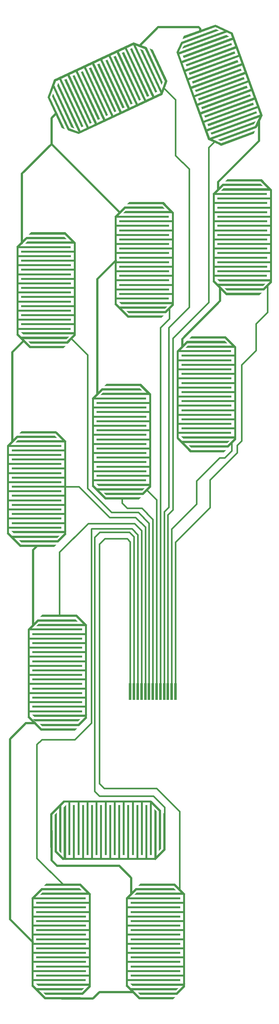
<source format=gbr>
G04 #@! TF.FileFunction,Copper,L1,Top,Signal*
%FSLAX46Y46*%
G04 Gerber Fmt 4.6, Leading zero omitted, Abs format (unit mm)*
G04 Created by KiCad (PCBNEW 4.0.6) date 04/30/18 02:02:33*
%MOMM*%
%LPD*%
G01*
G04 APERTURE LIST*
%ADD10C,0.100000*%
%ADD11R,0.700000X4.500000*%
%ADD12R,14.500000X0.600000*%
%ADD13R,0.600000X24.550000*%
%ADD14R,14.000000X0.600000*%
%ADD15R,0.600000X23.250000*%
%ADD16R,0.600000X14.500000*%
%ADD17R,24.550000X0.600000*%
%ADD18R,0.600000X14.000000*%
%ADD19R,23.250000X0.600000*%
%ADD20C,0.450000*%
%ADD21C,0.600000*%
G04 APERTURE END LIST*
D10*
G36*
X87217527Y-65494224D02*
X96990331Y-61937214D01*
X96631727Y-62706242D01*
X87986555Y-65852827D01*
X87217527Y-65494224D01*
X87217527Y-65494224D01*
G37*
G36*
X84517294Y-63923002D02*
X97109176Y-59339932D01*
X96750572Y-60108960D01*
X85286322Y-64281606D01*
X84517294Y-63923002D01*
X84517294Y-63923002D01*
G37*
G36*
X83649461Y-61684840D02*
X97275004Y-56725548D01*
X97480217Y-57289364D01*
X83854674Y-62248656D01*
X83649461Y-61684840D01*
X83649461Y-61684840D01*
G37*
G36*
X90092581Y-36992003D02*
X76420053Y-41968396D01*
X76778657Y-41199369D01*
X89323553Y-36633400D01*
X90092581Y-36992003D01*
X90092581Y-36992003D01*
G37*
G36*
X80366067Y-52663791D02*
X93991610Y-47704499D01*
X94196823Y-48268315D01*
X80571280Y-53227607D01*
X80366067Y-52663791D01*
X80366067Y-52663791D01*
G37*
G36*
X81186916Y-54919054D02*
X94812459Y-49959762D01*
X95017672Y-50523578D01*
X81392129Y-55482870D01*
X81186916Y-54919054D01*
X81186916Y-54919054D01*
G37*
G36*
X82828612Y-59429578D02*
X96454155Y-54470286D01*
X96659368Y-55034102D01*
X83033825Y-59993394D01*
X82828612Y-59429578D01*
X82828612Y-59429578D01*
G37*
G36*
X82007764Y-57174316D02*
X95633307Y-52215024D01*
X95838520Y-52778840D01*
X82212977Y-57738132D01*
X82007764Y-57174316D01*
X82007764Y-57174316D01*
G37*
G36*
X78724371Y-48153267D02*
X92349914Y-43193975D01*
X92555127Y-43757791D01*
X78929584Y-48717083D01*
X78724371Y-48153267D01*
X78724371Y-48153267D01*
G37*
G36*
X79545219Y-50408529D02*
X93170762Y-45449237D01*
X93375975Y-46013053D01*
X79750432Y-50972345D01*
X79545219Y-50408529D01*
X79545219Y-50408529D01*
G37*
G36*
X77903522Y-45898004D02*
X91529065Y-40938712D01*
X91734278Y-41502528D01*
X78108735Y-46461820D01*
X77903522Y-45898004D01*
X77903522Y-45898004D01*
G37*
G36*
X77082674Y-43642742D02*
X90708217Y-38683450D01*
X90913430Y-39247266D01*
X77287887Y-44206558D01*
X77082674Y-43642742D01*
X77082674Y-43642742D01*
G37*
G36*
X87788485Y-65759891D02*
X84525777Y-64238465D01*
X84779347Y-63694681D01*
X88042055Y-65216107D01*
X87788485Y-65759891D01*
X87788485Y-65759891D01*
G37*
G36*
X85089746Y-64033900D02*
X84525930Y-64239112D01*
X76129336Y-41169658D01*
X76693152Y-40964446D01*
X85089746Y-64033900D01*
X85089746Y-64033900D01*
G37*
G36*
X77868512Y-38859430D02*
X76672925Y-41423375D01*
X76129140Y-41169804D01*
X77324727Y-38605859D01*
X77868512Y-38859430D01*
X77868512Y-38859430D01*
G37*
G36*
X87392347Y-35420782D02*
X77055729Y-39183004D01*
X77414332Y-38413976D01*
X86623320Y-35062179D01*
X87392347Y-35420782D01*
X87392347Y-35420782D01*
G37*
G36*
X85234502Y-62384946D02*
X98390198Y-57596664D01*
X98595410Y-58160480D01*
X85439714Y-62948762D01*
X85234502Y-62384946D01*
X85234502Y-62384946D01*
G37*
G36*
X82724971Y-55636260D02*
X96350514Y-50676968D01*
X96555727Y-51240784D01*
X82930184Y-56200076D01*
X82724971Y-55636260D01*
X82724971Y-55636260D01*
G37*
G36*
X83545819Y-57891523D02*
X97171362Y-52932231D01*
X97376575Y-53496047D01*
X83751032Y-58455339D01*
X83545819Y-57891523D01*
X83545819Y-57891523D01*
G37*
G36*
X84366668Y-60146785D02*
X97992211Y-55187493D01*
X98197424Y-55751309D01*
X84571881Y-60710601D01*
X84366668Y-60146785D01*
X84366668Y-60146785D01*
G37*
G36*
X81904123Y-53380998D02*
X95529666Y-48421706D01*
X95734879Y-48985522D01*
X82109336Y-53944814D01*
X81904123Y-53380998D01*
X81904123Y-53380998D01*
G37*
G36*
X81083274Y-51125736D02*
X94708817Y-46166444D01*
X94914030Y-46730260D01*
X81288487Y-51689552D01*
X81083274Y-51125736D01*
X81083274Y-51125736D01*
G37*
G36*
X80262426Y-48870474D02*
X93887969Y-43911182D01*
X94093182Y-44474998D01*
X80467639Y-49434290D01*
X80262426Y-48870474D01*
X80262426Y-48870474D01*
G37*
G36*
X79441578Y-46615211D02*
X93067121Y-41655919D01*
X93272334Y-42219735D01*
X79646791Y-47179027D01*
X79441578Y-46615211D01*
X79441578Y-46615211D01*
G37*
G36*
X78620729Y-44359949D02*
X92246272Y-39400657D01*
X92451485Y-39964473D01*
X78825942Y-44923765D01*
X78620729Y-44359949D01*
X78620729Y-44359949D01*
G37*
G36*
X91207774Y-37863120D02*
X78052078Y-42651402D01*
X77846866Y-42087586D01*
X91002562Y-37299304D01*
X91207774Y-37863120D01*
X91207774Y-37863120D01*
G37*
G36*
X89541204Y-35915676D02*
X77701077Y-40225130D01*
X78059680Y-39456102D01*
X88772176Y-35557072D01*
X89541204Y-35915676D01*
X89541204Y-35915676D01*
G37*
G36*
X87112503Y-64255437D02*
X97778015Y-60373508D01*
X97419411Y-61142536D01*
X87881531Y-64614040D01*
X87112503Y-64255437D01*
X87112503Y-64255437D01*
G37*
G36*
X96985975Y-60651091D02*
X98422877Y-57569644D01*
X98966661Y-57823215D01*
X97529759Y-60904662D01*
X96985975Y-60651091D01*
X96985975Y-60651091D01*
G37*
G36*
X90457576Y-36167440D02*
X91021392Y-35962228D01*
X98973360Y-57810082D01*
X98409544Y-58015294D01*
X90457576Y-36167440D01*
X90457576Y-36167440D01*
G37*
G36*
X87235641Y-34200805D02*
X77744745Y-37655209D01*
X78103349Y-36886181D01*
X86466613Y-33842202D01*
X87235641Y-34200805D01*
X87235641Y-34200805D01*
G37*
G36*
X86496383Y-33852757D02*
X91027922Y-35965848D01*
X90774351Y-36509633D01*
X86242812Y-34396542D01*
X86496383Y-33852757D01*
X86496383Y-33852757D01*
G37*
D11*
X75900000Y-210000000D03*
X63900000Y-210000000D03*
X64900000Y-210000000D03*
X65900000Y-210000000D03*
X66900000Y-210000000D03*
X67900000Y-210000000D03*
X68900000Y-210000000D03*
X69900000Y-210000000D03*
X70900000Y-210000000D03*
X71900000Y-210000000D03*
X72900000Y-210000000D03*
X73900000Y-210000000D03*
X74900000Y-210000000D03*
D10*
G36*
X73469499Y-49603110D02*
X69074269Y-40177509D01*
X69871624Y-40467723D01*
X73759712Y-48805754D01*
X73469499Y-49603110D01*
X73469499Y-49603110D01*
G37*
G36*
X72139597Y-52430010D02*
X66476512Y-40285485D01*
X67273868Y-40575699D01*
X72429811Y-51632654D01*
X72139597Y-52430010D01*
X72139597Y-52430010D01*
G37*
G36*
X69985589Y-53489609D02*
X63857624Y-40348146D01*
X64401409Y-40094575D01*
X70529374Y-53236038D01*
X69985589Y-53489609D01*
X69985589Y-53489609D01*
G37*
G36*
X44825160Y-49223129D02*
X50974256Y-62409908D01*
X50176901Y-62119694D01*
X44534947Y-50020485D01*
X44825160Y-49223129D01*
X44825160Y-49223129D01*
G37*
G36*
X61285034Y-57546744D02*
X55157069Y-44405281D01*
X55700854Y-44151710D01*
X61828819Y-57293173D01*
X61285034Y-57546744D01*
X61285034Y-57546744D01*
G37*
G36*
X63460173Y-56532460D02*
X57332208Y-43390997D01*
X57875993Y-43137426D01*
X64003958Y-56278889D01*
X63460173Y-56532460D01*
X63460173Y-56532460D01*
G37*
G36*
X67810450Y-54503892D02*
X61682485Y-41362429D01*
X62226270Y-41108858D01*
X68354235Y-54250321D01*
X67810450Y-54503892D01*
X67810450Y-54503892D01*
G37*
G36*
X65635311Y-55518176D02*
X59507346Y-42376713D01*
X60051131Y-42123142D01*
X66179096Y-55264605D01*
X65635311Y-55518176D01*
X65635311Y-55518176D01*
G37*
G36*
X56934757Y-59575312D02*
X50806792Y-46433849D01*
X51350577Y-46180278D01*
X57478542Y-59321741D01*
X56934757Y-59575312D01*
X56934757Y-59575312D01*
G37*
G36*
X59109895Y-58561028D02*
X52981930Y-45419565D01*
X53525715Y-45165994D01*
X59653680Y-58307457D01*
X59109895Y-58561028D01*
X59109895Y-58561028D01*
G37*
G36*
X54759618Y-60589595D02*
X48631653Y-47448132D01*
X49175438Y-47194561D01*
X55303403Y-60336024D01*
X54759618Y-60589595D01*
X54759618Y-60589595D01*
G37*
G36*
X52584479Y-61603879D02*
X46456514Y-48462416D01*
X47000299Y-48208845D01*
X53128264Y-61350308D01*
X52584479Y-61603879D01*
X52584479Y-61603879D01*
G37*
G36*
X73684393Y-49011171D02*
X72453121Y-52394065D01*
X71889305Y-52188853D01*
X73120577Y-48805959D01*
X73684393Y-49011171D01*
X73684393Y-49011171D01*
G37*
G36*
X72200180Y-51850070D02*
X72453751Y-52393854D01*
X50203894Y-62769132D01*
X49950323Y-62225348D01*
X72200180Y-51850070D01*
X72200180Y-51850070D01*
G37*
G36*
X47750879Y-61237925D02*
X50409269Y-62205500D01*
X50204057Y-62769315D01*
X47545667Y-61801740D01*
X47750879Y-61237925D01*
X47750879Y-61237925D01*
G37*
G36*
X43495258Y-52050029D02*
X48144059Y-62019414D01*
X47346703Y-61729201D01*
X43205044Y-52847384D01*
X43495258Y-52050029D01*
X43495258Y-52050029D01*
G37*
G36*
X70544885Y-51849582D02*
X64628230Y-39161273D01*
X65172015Y-38907702D01*
X71088670Y-51596011D01*
X70544885Y-51849582D01*
X70544885Y-51849582D01*
G37*
G36*
X64040600Y-54937749D02*
X57912635Y-41796286D01*
X58456420Y-41542715D01*
X64584385Y-54684178D01*
X64040600Y-54937749D01*
X64040600Y-54937749D01*
G37*
G36*
X66215739Y-53923465D02*
X60087774Y-40782002D01*
X60631559Y-40528431D01*
X66759524Y-53669894D01*
X66215739Y-53923465D01*
X66215739Y-53923465D01*
G37*
G36*
X68390877Y-52909181D02*
X62262912Y-39767718D01*
X62806697Y-39514147D01*
X68934662Y-52655610D01*
X68390877Y-52909181D01*
X68390877Y-52909181D01*
G37*
G36*
X61865461Y-55952033D02*
X55737496Y-42810570D01*
X56281281Y-42556999D01*
X62409246Y-55698462D01*
X61865461Y-55952033D01*
X61865461Y-55952033D01*
G37*
G36*
X59690323Y-56966316D02*
X53562358Y-43824853D01*
X54106143Y-43571282D01*
X60234108Y-56712745D01*
X59690323Y-56966316D01*
X59690323Y-56966316D01*
G37*
G36*
X57515184Y-57980600D02*
X51387219Y-44839137D01*
X51931004Y-44585566D01*
X58058969Y-57727029D01*
X57515184Y-57980600D01*
X57515184Y-57980600D01*
G37*
G36*
X55340045Y-58994884D02*
X49212080Y-45853421D01*
X49755865Y-45599850D01*
X55883830Y-58741313D01*
X55340045Y-58994884D01*
X55340045Y-58994884D01*
G37*
G36*
X53164907Y-60009168D02*
X47036942Y-46867705D01*
X47580727Y-46614134D01*
X53708692Y-59755597D01*
X53164907Y-60009168D01*
X53164907Y-60009168D01*
G37*
G36*
X45595767Y-48036256D02*
X51512422Y-60724565D01*
X50968637Y-60978136D01*
X45051982Y-48289827D01*
X45595767Y-48036256D01*
X45595767Y-48036256D01*
G37*
G36*
X43800984Y-49866217D02*
X49125974Y-61285696D01*
X48328619Y-60995482D01*
X43510771Y-50663573D01*
X43800984Y-49866217D01*
X43800984Y-49866217D01*
G37*
G36*
X72244578Y-49815702D02*
X67447861Y-39529109D01*
X68245217Y-39819323D01*
X72534792Y-49018347D01*
X72244578Y-49815702D01*
X72244578Y-49815702D01*
G37*
G36*
X67793419Y-40293942D02*
X64598465Y-39131074D01*
X64803677Y-38567258D01*
X67998631Y-39730126D01*
X67793419Y-40293942D01*
X67793419Y-40293942D01*
G37*
G36*
X43971924Y-48931389D02*
X43718353Y-48387604D01*
X64790010Y-38561729D01*
X65043581Y-39105514D01*
X43971924Y-48931389D01*
X43971924Y-48931389D01*
G37*
G36*
X42293582Y-52312467D02*
X46562027Y-61466176D01*
X45764671Y-61175962D01*
X42003368Y-53109823D01*
X42293582Y-52312467D01*
X42293582Y-52312467D01*
G37*
G36*
X42011289Y-53079246D02*
X43721390Y-48380782D01*
X44285205Y-48585994D01*
X42575104Y-53284458D01*
X42011289Y-53079246D01*
X42011289Y-53079246D01*
G37*
G36*
X99400000Y-75300000D02*
X89000000Y-75300000D01*
X89600000Y-74700000D01*
X98800000Y-74700000D01*
X99400000Y-75300000D01*
X99400000Y-75300000D01*
G37*
G36*
X101400000Y-77700000D02*
X88000000Y-77700000D01*
X88600000Y-77100000D01*
X100800000Y-77100000D01*
X101400000Y-77700000D01*
X101400000Y-77700000D01*
G37*
D12*
X94200000Y-79800000D03*
D10*
G36*
X86950000Y-101100000D02*
X101500000Y-101100000D01*
X100900000Y-101700000D01*
X87550000Y-101700000D01*
X86950000Y-101100000D01*
X86950000Y-101100000D01*
G37*
D12*
X94200000Y-89400000D03*
X94200000Y-87000000D03*
X94200000Y-82200000D03*
X94200000Y-84600000D03*
X94200000Y-94200000D03*
X94200000Y-91800000D03*
X94200000Y-96600000D03*
X94200000Y-99000000D03*
D10*
G36*
X98954340Y-74855076D02*
X101499924Y-77400660D01*
X101075660Y-77824924D01*
X98530076Y-75279340D01*
X98954340Y-74855076D01*
X98954340Y-74855076D01*
G37*
D13*
X101200000Y-89675000D03*
D10*
G36*
X99075565Y-103526071D02*
X101075971Y-101525665D01*
X101500235Y-101949929D01*
X99499829Y-103950335D01*
X99075565Y-103526071D01*
X99075565Y-103526071D01*
G37*
G36*
X88950000Y-103500000D02*
X99950000Y-103500000D01*
X99350000Y-104100000D01*
X89550000Y-104100000D01*
X88950000Y-103500000D01*
X88950000Y-103500000D01*
G37*
D14*
X93200000Y-78600000D03*
D12*
X93000000Y-85800000D03*
X93000000Y-83400000D03*
X93000000Y-81000000D03*
X93000000Y-88200000D03*
X93000000Y-90600000D03*
X93000000Y-93000000D03*
X93000000Y-95400000D03*
X93000000Y-97800000D03*
D14*
X93200000Y-100200000D03*
D10*
G36*
X87100000Y-102300000D02*
X99700000Y-102300000D01*
X99100000Y-102900000D01*
X87700000Y-102900000D01*
X87100000Y-102300000D01*
X87100000Y-102300000D01*
G37*
G36*
X99075000Y-76500000D02*
X87725000Y-76500000D01*
X88325000Y-75900000D01*
X98475000Y-75900000D01*
X99075000Y-76500000D01*
X99075000Y-76500000D01*
G37*
G36*
X88564214Y-76510051D02*
X86160051Y-78914214D01*
X85735786Y-78489949D01*
X88139949Y-76085786D01*
X88564214Y-76510051D01*
X88564214Y-76510051D01*
G37*
D15*
X86025000Y-90125000D03*
D10*
G36*
X88680000Y-104700000D02*
X98780000Y-104700000D01*
X98180000Y-105300000D01*
X89280000Y-105300000D01*
X88680000Y-104700000D01*
X88680000Y-104700000D01*
G37*
G36*
X89255635Y-105279899D02*
X85720101Y-101744365D01*
X86144365Y-101320101D01*
X89679899Y-104855635D01*
X89255635Y-105279899D01*
X89255635Y-105279899D01*
G37*
G36*
X73400000Y-81300000D02*
X63000000Y-81300000D01*
X63600000Y-80700000D01*
X72800000Y-80700000D01*
X73400000Y-81300000D01*
X73400000Y-81300000D01*
G37*
G36*
X75400000Y-83700000D02*
X62000000Y-83700000D01*
X62600000Y-83100000D01*
X74800000Y-83100000D01*
X75400000Y-83700000D01*
X75400000Y-83700000D01*
G37*
D12*
X68200000Y-85800000D03*
D10*
G36*
X60950000Y-107100000D02*
X75500000Y-107100000D01*
X74900000Y-107700000D01*
X61550000Y-107700000D01*
X60950000Y-107100000D01*
X60950000Y-107100000D01*
G37*
D12*
X68200000Y-95400000D03*
X68200000Y-93000000D03*
X68200000Y-88200000D03*
X68200000Y-90600000D03*
X68200000Y-100200000D03*
X68200000Y-97800000D03*
X68200000Y-102600000D03*
X68200000Y-105000000D03*
D10*
G36*
X72954340Y-80855076D02*
X75499924Y-83400660D01*
X75075660Y-83824924D01*
X72530076Y-81279340D01*
X72954340Y-80855076D01*
X72954340Y-80855076D01*
G37*
D13*
X75200000Y-95675000D03*
D10*
G36*
X73075565Y-109526071D02*
X75075971Y-107525665D01*
X75500235Y-107949929D01*
X73499829Y-109950335D01*
X73075565Y-109526071D01*
X73075565Y-109526071D01*
G37*
G36*
X62950000Y-109500000D02*
X73950000Y-109500000D01*
X73350000Y-110100000D01*
X63550000Y-110100000D01*
X62950000Y-109500000D01*
X62950000Y-109500000D01*
G37*
D14*
X67200000Y-84600000D03*
D12*
X67000000Y-91800000D03*
X67000000Y-89400000D03*
X67000000Y-87000000D03*
X67000000Y-94200000D03*
X67000000Y-96600000D03*
X67000000Y-99000000D03*
X67000000Y-101400000D03*
X67000000Y-103800000D03*
D14*
X67200000Y-106200000D03*
D10*
G36*
X61100000Y-108300000D02*
X73700000Y-108300000D01*
X73100000Y-108900000D01*
X61700000Y-108900000D01*
X61100000Y-108300000D01*
X61100000Y-108300000D01*
G37*
G36*
X73075000Y-82500000D02*
X61725000Y-82500000D01*
X62325000Y-81900000D01*
X72475000Y-81900000D01*
X73075000Y-82500000D01*
X73075000Y-82500000D01*
G37*
G36*
X62564214Y-82510051D02*
X60160051Y-84914214D01*
X59735786Y-84489949D01*
X62139949Y-82085786D01*
X62564214Y-82510051D01*
X62564214Y-82510051D01*
G37*
D15*
X60025000Y-96125000D03*
D10*
G36*
X62680000Y-110700000D02*
X72780000Y-110700000D01*
X72180000Y-111300000D01*
X63280000Y-111300000D01*
X62680000Y-110700000D01*
X62680000Y-110700000D01*
G37*
G36*
X63255635Y-111279899D02*
X59720101Y-107744365D01*
X60144365Y-107320101D01*
X63679899Y-110855635D01*
X63255635Y-111279899D01*
X63255635Y-111279899D01*
G37*
G36*
X47400000Y-89300000D02*
X37000000Y-89300000D01*
X37600000Y-88700000D01*
X46800000Y-88700000D01*
X47400000Y-89300000D01*
X47400000Y-89300000D01*
G37*
G36*
X49400000Y-91700000D02*
X36000000Y-91700000D01*
X36600000Y-91100000D01*
X48800000Y-91100000D01*
X49400000Y-91700000D01*
X49400000Y-91700000D01*
G37*
D12*
X42200000Y-93800000D03*
D10*
G36*
X34950000Y-115100000D02*
X49500000Y-115100000D01*
X48900000Y-115700000D01*
X35550000Y-115700000D01*
X34950000Y-115100000D01*
X34950000Y-115100000D01*
G37*
D12*
X42200000Y-103400000D03*
X42200000Y-101000000D03*
X42200000Y-96200000D03*
X42200000Y-98600000D03*
X42200000Y-108200000D03*
X42200000Y-105800000D03*
X42200000Y-110600000D03*
X42200000Y-113000000D03*
D10*
G36*
X46954340Y-88855076D02*
X49499924Y-91400660D01*
X49075660Y-91824924D01*
X46530076Y-89279340D01*
X46954340Y-88855076D01*
X46954340Y-88855076D01*
G37*
D13*
X49200000Y-103675000D03*
D10*
G36*
X47075565Y-117526071D02*
X49075971Y-115525665D01*
X49500235Y-115949929D01*
X47499829Y-117950335D01*
X47075565Y-117526071D01*
X47075565Y-117526071D01*
G37*
G36*
X36950000Y-117500000D02*
X47950000Y-117500000D01*
X47350000Y-118100000D01*
X37550000Y-118100000D01*
X36950000Y-117500000D01*
X36950000Y-117500000D01*
G37*
D14*
X41200000Y-92600000D03*
D12*
X41000000Y-99800000D03*
X41000000Y-97400000D03*
X41000000Y-95000000D03*
X41000000Y-102200000D03*
X41000000Y-104600000D03*
X41000000Y-107000000D03*
X41000000Y-109400000D03*
X41000000Y-111800000D03*
D14*
X41200000Y-114200000D03*
D10*
G36*
X35100000Y-116300000D02*
X47700000Y-116300000D01*
X47100000Y-116900000D01*
X35700000Y-116900000D01*
X35100000Y-116300000D01*
X35100000Y-116300000D01*
G37*
G36*
X47075000Y-90500000D02*
X35725000Y-90500000D01*
X36325000Y-89900000D01*
X46475000Y-89900000D01*
X47075000Y-90500000D01*
X47075000Y-90500000D01*
G37*
G36*
X36564214Y-90510051D02*
X34160051Y-92914214D01*
X33735786Y-92489949D01*
X36139949Y-90085786D01*
X36564214Y-90510051D01*
X36564214Y-90510051D01*
G37*
D15*
X34025000Y-104125000D03*
D10*
G36*
X36680000Y-118700000D02*
X46780000Y-118700000D01*
X46180000Y-119300000D01*
X37280000Y-119300000D01*
X36680000Y-118700000D01*
X36680000Y-118700000D01*
G37*
G36*
X37255635Y-119279899D02*
X33720101Y-115744365D01*
X34144365Y-115320101D01*
X37679899Y-118855635D01*
X37255635Y-119279899D01*
X37255635Y-119279899D01*
G37*
G36*
X89900000Y-116800000D02*
X79500000Y-116800000D01*
X80100000Y-116200000D01*
X89300000Y-116200000D01*
X89900000Y-116800000D01*
X89900000Y-116800000D01*
G37*
G36*
X91900000Y-119200000D02*
X78500000Y-119200000D01*
X79100000Y-118600000D01*
X91300000Y-118600000D01*
X91900000Y-119200000D01*
X91900000Y-119200000D01*
G37*
D12*
X84700000Y-121300000D03*
D10*
G36*
X77450000Y-142600000D02*
X92000000Y-142600000D01*
X91400000Y-143200000D01*
X78050000Y-143200000D01*
X77450000Y-142600000D01*
X77450000Y-142600000D01*
G37*
D12*
X84700000Y-130900000D03*
X84700000Y-128500000D03*
X84700000Y-123700000D03*
X84700000Y-126100000D03*
X84700000Y-135700000D03*
X84700000Y-133300000D03*
X84700000Y-138100000D03*
X84700000Y-140500000D03*
D10*
G36*
X89454340Y-116355076D02*
X91999924Y-118900660D01*
X91575660Y-119324924D01*
X89030076Y-116779340D01*
X89454340Y-116355076D01*
X89454340Y-116355076D01*
G37*
D13*
X91700000Y-131175000D03*
D10*
G36*
X89575565Y-145026071D02*
X91575971Y-143025665D01*
X92000235Y-143449929D01*
X89999829Y-145450335D01*
X89575565Y-145026071D01*
X89575565Y-145026071D01*
G37*
G36*
X79450000Y-145000000D02*
X90450000Y-145000000D01*
X89850000Y-145600000D01*
X80050000Y-145600000D01*
X79450000Y-145000000D01*
X79450000Y-145000000D01*
G37*
D14*
X83700000Y-120100000D03*
D12*
X83500000Y-127300000D03*
X83500000Y-124900000D03*
X83500000Y-122500000D03*
X83500000Y-129700000D03*
X83500000Y-132100000D03*
X83500000Y-134500000D03*
X83500000Y-136900000D03*
X83500000Y-139300000D03*
D14*
X83700000Y-141700000D03*
D10*
G36*
X77600000Y-143800000D02*
X90200000Y-143800000D01*
X89600000Y-144400000D01*
X78200000Y-144400000D01*
X77600000Y-143800000D01*
X77600000Y-143800000D01*
G37*
G36*
X89575000Y-118000000D02*
X78225000Y-118000000D01*
X78825000Y-117400000D01*
X88975000Y-117400000D01*
X89575000Y-118000000D01*
X89575000Y-118000000D01*
G37*
G36*
X79064214Y-118010051D02*
X76660051Y-120414214D01*
X76235786Y-119989949D01*
X78639949Y-117585786D01*
X79064214Y-118010051D01*
X79064214Y-118010051D01*
G37*
D15*
X76525000Y-131625000D03*
D10*
G36*
X79180000Y-146200000D02*
X89280000Y-146200000D01*
X88680000Y-146800000D01*
X79780000Y-146800000D01*
X79180000Y-146200000D01*
X79180000Y-146200000D01*
G37*
G36*
X79755635Y-146779899D02*
X76220101Y-143244365D01*
X76644365Y-142820101D01*
X80179899Y-146355635D01*
X79755635Y-146779899D01*
X79755635Y-146779899D01*
G37*
G36*
X67400000Y-129300000D02*
X57000000Y-129300000D01*
X57600000Y-128700000D01*
X66800000Y-128700000D01*
X67400000Y-129300000D01*
X67400000Y-129300000D01*
G37*
G36*
X69400000Y-131700000D02*
X56000000Y-131700000D01*
X56600000Y-131100000D01*
X68800000Y-131100000D01*
X69400000Y-131700000D01*
X69400000Y-131700000D01*
G37*
D12*
X62200000Y-133800000D03*
D10*
G36*
X54950000Y-155100000D02*
X69500000Y-155100000D01*
X68900000Y-155700000D01*
X55550000Y-155700000D01*
X54950000Y-155100000D01*
X54950000Y-155100000D01*
G37*
D12*
X62200000Y-143400000D03*
X62200000Y-141000000D03*
X62200000Y-136200000D03*
X62200000Y-138600000D03*
X62200000Y-148200000D03*
X62200000Y-145800000D03*
X62200000Y-150600000D03*
X62200000Y-153000000D03*
D10*
G36*
X66954340Y-128855076D02*
X69499924Y-131400660D01*
X69075660Y-131824924D01*
X66530076Y-129279340D01*
X66954340Y-128855076D01*
X66954340Y-128855076D01*
G37*
D13*
X69200000Y-143675000D03*
D10*
G36*
X67075565Y-157526071D02*
X69075971Y-155525665D01*
X69500235Y-155949929D01*
X67499829Y-157950335D01*
X67075565Y-157526071D01*
X67075565Y-157526071D01*
G37*
G36*
X56950000Y-157500000D02*
X67950000Y-157500000D01*
X67350000Y-158100000D01*
X57550000Y-158100000D01*
X56950000Y-157500000D01*
X56950000Y-157500000D01*
G37*
D14*
X61200000Y-132600000D03*
D12*
X61000000Y-139800000D03*
X61000000Y-137400000D03*
X61000000Y-135000000D03*
X61000000Y-142200000D03*
X61000000Y-144600000D03*
X61000000Y-147000000D03*
X61000000Y-149400000D03*
X61000000Y-151800000D03*
D14*
X61200000Y-154200000D03*
D10*
G36*
X55100000Y-156300000D02*
X67700000Y-156300000D01*
X67100000Y-156900000D01*
X55700000Y-156900000D01*
X55100000Y-156300000D01*
X55100000Y-156300000D01*
G37*
G36*
X67075000Y-130500000D02*
X55725000Y-130500000D01*
X56325000Y-129900000D01*
X66475000Y-129900000D01*
X67075000Y-130500000D01*
X67075000Y-130500000D01*
G37*
G36*
X56564214Y-130510051D02*
X54160051Y-132914214D01*
X53735786Y-132489949D01*
X56139949Y-130085786D01*
X56564214Y-130510051D01*
X56564214Y-130510051D01*
G37*
D15*
X54025000Y-144125000D03*
D10*
G36*
X56680000Y-158700000D02*
X66780000Y-158700000D01*
X66180000Y-159300000D01*
X57280000Y-159300000D01*
X56680000Y-158700000D01*
X56680000Y-158700000D01*
G37*
G36*
X57255635Y-159279899D02*
X53720101Y-155744365D01*
X54144365Y-155320101D01*
X57679899Y-158855635D01*
X57255635Y-159279899D01*
X57255635Y-159279899D01*
G37*
G36*
X44900000Y-141800000D02*
X34500000Y-141800000D01*
X35100000Y-141200000D01*
X44300000Y-141200000D01*
X44900000Y-141800000D01*
X44900000Y-141800000D01*
G37*
G36*
X46900000Y-144200000D02*
X33500000Y-144200000D01*
X34100000Y-143600000D01*
X46300000Y-143600000D01*
X46900000Y-144200000D01*
X46900000Y-144200000D01*
G37*
D12*
X39700000Y-146300000D03*
D10*
G36*
X32450000Y-167600000D02*
X47000000Y-167600000D01*
X46400000Y-168200000D01*
X33050000Y-168200000D01*
X32450000Y-167600000D01*
X32450000Y-167600000D01*
G37*
D12*
X39700000Y-155900000D03*
X39700000Y-153500000D03*
X39700000Y-148700000D03*
X39700000Y-151100000D03*
X39700000Y-160700000D03*
X39700000Y-158300000D03*
X39700000Y-163100000D03*
X39700000Y-165500000D03*
D10*
G36*
X44454340Y-141355076D02*
X46999924Y-143900660D01*
X46575660Y-144324924D01*
X44030076Y-141779340D01*
X44454340Y-141355076D01*
X44454340Y-141355076D01*
G37*
D13*
X46700000Y-156175000D03*
D10*
G36*
X44575565Y-170026071D02*
X46575971Y-168025665D01*
X47000235Y-168449929D01*
X44999829Y-170450335D01*
X44575565Y-170026071D01*
X44575565Y-170026071D01*
G37*
G36*
X34450000Y-170000000D02*
X45450000Y-170000000D01*
X44850000Y-170600000D01*
X35050000Y-170600000D01*
X34450000Y-170000000D01*
X34450000Y-170000000D01*
G37*
D14*
X38700000Y-145100000D03*
D12*
X38500000Y-152300000D03*
X38500000Y-149900000D03*
X38500000Y-147500000D03*
X38500000Y-154700000D03*
X38500000Y-157100000D03*
X38500000Y-159500000D03*
X38500000Y-161900000D03*
X38500000Y-164300000D03*
D14*
X38700000Y-166700000D03*
D10*
G36*
X32600000Y-168800000D02*
X45200000Y-168800000D01*
X44600000Y-169400000D01*
X33200000Y-169400000D01*
X32600000Y-168800000D01*
X32600000Y-168800000D01*
G37*
G36*
X44575000Y-143000000D02*
X33225000Y-143000000D01*
X33825000Y-142400000D01*
X43975000Y-142400000D01*
X44575000Y-143000000D01*
X44575000Y-143000000D01*
G37*
G36*
X34064214Y-143010051D02*
X31660051Y-145414214D01*
X31235786Y-144989949D01*
X33639949Y-142585786D01*
X34064214Y-143010051D01*
X34064214Y-143010051D01*
G37*
D15*
X31525000Y-156625000D03*
D10*
G36*
X34180000Y-171200000D02*
X44280000Y-171200000D01*
X43680000Y-171800000D01*
X34780000Y-171800000D01*
X34180000Y-171200000D01*
X34180000Y-171200000D01*
G37*
G36*
X34755635Y-171779899D02*
X31220101Y-168244365D01*
X31644365Y-167820101D01*
X35179899Y-171355635D01*
X34755635Y-171779899D01*
X34755635Y-171779899D01*
G37*
G36*
X50400000Y-190300000D02*
X40000000Y-190300000D01*
X40600000Y-189700000D01*
X49800000Y-189700000D01*
X50400000Y-190300000D01*
X50400000Y-190300000D01*
G37*
G36*
X52400000Y-192700000D02*
X39000000Y-192700000D01*
X39600000Y-192100000D01*
X51800000Y-192100000D01*
X52400000Y-192700000D01*
X52400000Y-192700000D01*
G37*
D12*
X45200000Y-194800000D03*
D10*
G36*
X37950000Y-216100000D02*
X52500000Y-216100000D01*
X51900000Y-216700000D01*
X38550000Y-216700000D01*
X37950000Y-216100000D01*
X37950000Y-216100000D01*
G37*
D12*
X45200000Y-204400000D03*
X45200000Y-202000000D03*
X45200000Y-197200000D03*
X45200000Y-199600000D03*
X45200000Y-209200000D03*
X45200000Y-206800000D03*
X45200000Y-211600000D03*
X45200000Y-214000000D03*
D10*
G36*
X49954340Y-189855076D02*
X52499924Y-192400660D01*
X52075660Y-192824924D01*
X49530076Y-190279340D01*
X49954340Y-189855076D01*
X49954340Y-189855076D01*
G37*
D13*
X52200000Y-204675000D03*
D10*
G36*
X50075565Y-218526071D02*
X52075971Y-216525665D01*
X52500235Y-216949929D01*
X50499829Y-218950335D01*
X50075565Y-218526071D01*
X50075565Y-218526071D01*
G37*
G36*
X39950000Y-218500000D02*
X50950000Y-218500000D01*
X50350000Y-219100000D01*
X40550000Y-219100000D01*
X39950000Y-218500000D01*
X39950000Y-218500000D01*
G37*
D14*
X44200000Y-193600000D03*
D12*
X44000000Y-200800000D03*
X44000000Y-198400000D03*
X44000000Y-196000000D03*
X44000000Y-203200000D03*
X44000000Y-205600000D03*
X44000000Y-208000000D03*
X44000000Y-210400000D03*
X44000000Y-212800000D03*
D14*
X44200000Y-215200000D03*
D10*
G36*
X38100000Y-217300000D02*
X50700000Y-217300000D01*
X50100000Y-217900000D01*
X38700000Y-217900000D01*
X38100000Y-217300000D01*
X38100000Y-217300000D01*
G37*
G36*
X50075000Y-191500000D02*
X38725000Y-191500000D01*
X39325000Y-190900000D01*
X49475000Y-190900000D01*
X50075000Y-191500000D01*
X50075000Y-191500000D01*
G37*
G36*
X39564214Y-191510051D02*
X37160051Y-193914214D01*
X36735786Y-193489949D01*
X39139949Y-191085786D01*
X39564214Y-191510051D01*
X39564214Y-191510051D01*
G37*
D15*
X37025000Y-205125000D03*
D10*
G36*
X39680000Y-219700000D02*
X49780000Y-219700000D01*
X49180000Y-220300000D01*
X40280000Y-220300000D01*
X39680000Y-219700000D01*
X39680000Y-219700000D01*
G37*
G36*
X40255635Y-220279899D02*
X36720101Y-216744365D01*
X37144365Y-216320101D01*
X40679899Y-219855635D01*
X40255635Y-220279899D01*
X40255635Y-220279899D01*
G37*
G36*
X72700000Y-252400000D02*
X72700000Y-242000000D01*
X73300000Y-242600000D01*
X73300000Y-251800000D01*
X72700000Y-252400000D01*
X72700000Y-252400000D01*
G37*
G36*
X70300000Y-254400000D02*
X70300000Y-241000000D01*
X70900000Y-241600000D01*
X70900000Y-253800000D01*
X70300000Y-254400000D01*
X70300000Y-254400000D01*
G37*
D16*
X68200000Y-247200000D03*
D10*
G36*
X46900000Y-239950000D02*
X46900000Y-254500000D01*
X46300000Y-253900000D01*
X46300000Y-240550000D01*
X46900000Y-239950000D01*
X46900000Y-239950000D01*
G37*
D16*
X58600000Y-247200000D03*
X61000000Y-247200000D03*
X65800000Y-247200000D03*
X63400000Y-247200000D03*
X53800000Y-247200000D03*
X56200000Y-247200000D03*
X51400000Y-247200000D03*
X49000000Y-247200000D03*
D10*
G36*
X73144924Y-251954340D02*
X70599340Y-254499924D01*
X70175076Y-254075660D01*
X72720660Y-251530076D01*
X73144924Y-251954340D01*
X73144924Y-251954340D01*
G37*
D17*
X58325000Y-254200000D03*
D10*
G36*
X44473929Y-252075565D02*
X46474335Y-254075971D01*
X46050071Y-254500235D01*
X44049665Y-252499829D01*
X44473929Y-252075565D01*
X44473929Y-252075565D01*
G37*
G36*
X44500000Y-241950000D02*
X44500000Y-252950000D01*
X43900000Y-252350000D01*
X43900000Y-242550000D01*
X44500000Y-241950000D01*
X44500000Y-241950000D01*
G37*
D18*
X69400000Y-246200000D03*
D16*
X62200000Y-246000000D03*
X64600000Y-246000000D03*
X67000000Y-246000000D03*
X59800000Y-246000000D03*
X57400000Y-246000000D03*
X55000000Y-246000000D03*
X52600000Y-246000000D03*
X50200000Y-246000000D03*
D18*
X47800000Y-246200000D03*
D10*
G36*
X45700000Y-240100000D02*
X45700000Y-252700000D01*
X45100000Y-252100000D01*
X45100000Y-240700000D01*
X45700000Y-240100000D01*
X45700000Y-240100000D01*
G37*
G36*
X71500000Y-252075000D02*
X71500000Y-240725000D01*
X72100000Y-241325000D01*
X72100000Y-251475000D01*
X71500000Y-252075000D01*
X71500000Y-252075000D01*
G37*
G36*
X71489949Y-241564214D02*
X69085786Y-239160051D01*
X69510051Y-238735786D01*
X71914214Y-241139949D01*
X71489949Y-241564214D01*
X71489949Y-241564214D01*
G37*
D19*
X57875000Y-239025000D03*
D10*
G36*
X43300000Y-241680000D02*
X43300000Y-251780000D01*
X42700000Y-251180000D01*
X42700000Y-242280000D01*
X43300000Y-241680000D01*
X43300000Y-241680000D01*
G37*
G36*
X42720101Y-242255635D02*
X46255635Y-238720101D01*
X46679899Y-239144365D01*
X43144365Y-242679899D01*
X42720101Y-242255635D01*
X42720101Y-242255635D01*
G37*
G36*
X51400000Y-261300000D02*
X41000000Y-261300000D01*
X41600000Y-260700000D01*
X50800000Y-260700000D01*
X51400000Y-261300000D01*
X51400000Y-261300000D01*
G37*
G36*
X53400000Y-263700000D02*
X40000000Y-263700000D01*
X40600000Y-263100000D01*
X52800000Y-263100000D01*
X53400000Y-263700000D01*
X53400000Y-263700000D01*
G37*
D12*
X46200000Y-265800000D03*
D10*
G36*
X38950000Y-287100000D02*
X53500000Y-287100000D01*
X52900000Y-287700000D01*
X39550000Y-287700000D01*
X38950000Y-287100000D01*
X38950000Y-287100000D01*
G37*
D12*
X46200000Y-275400000D03*
X46200000Y-273000000D03*
X46200000Y-268200000D03*
X46200000Y-270600000D03*
X46200000Y-280200000D03*
X46200000Y-277800000D03*
X46200000Y-282600000D03*
X46200000Y-285000000D03*
D10*
G36*
X50954340Y-260855076D02*
X53499924Y-263400660D01*
X53075660Y-263824924D01*
X50530076Y-261279340D01*
X50954340Y-260855076D01*
X50954340Y-260855076D01*
G37*
D13*
X53200000Y-275675000D03*
D10*
G36*
X51075565Y-289526071D02*
X53075971Y-287525665D01*
X53500235Y-287949929D01*
X51499829Y-289950335D01*
X51075565Y-289526071D01*
X51075565Y-289526071D01*
G37*
G36*
X40950000Y-289500000D02*
X51950000Y-289500000D01*
X51350000Y-290100000D01*
X41550000Y-290100000D01*
X40950000Y-289500000D01*
X40950000Y-289500000D01*
G37*
D14*
X45200000Y-264600000D03*
D12*
X45000000Y-271800000D03*
X45000000Y-269400000D03*
X45000000Y-267000000D03*
X45000000Y-274200000D03*
X45000000Y-276600000D03*
X45000000Y-279000000D03*
X45000000Y-281400000D03*
X45000000Y-283800000D03*
D14*
X45200000Y-286200000D03*
D10*
G36*
X39100000Y-288300000D02*
X51700000Y-288300000D01*
X51100000Y-288900000D01*
X39700000Y-288900000D01*
X39100000Y-288300000D01*
X39100000Y-288300000D01*
G37*
G36*
X51075000Y-262500000D02*
X39725000Y-262500000D01*
X40325000Y-261900000D01*
X50475000Y-261900000D01*
X51075000Y-262500000D01*
X51075000Y-262500000D01*
G37*
G36*
X40564214Y-262510051D02*
X38160051Y-264914214D01*
X37735786Y-264489949D01*
X40139949Y-262085786D01*
X40564214Y-262510051D01*
X40564214Y-262510051D01*
G37*
D15*
X38025000Y-276125000D03*
D10*
G36*
X40680000Y-290700000D02*
X50780000Y-290700000D01*
X50180000Y-291300000D01*
X41280000Y-291300000D01*
X40680000Y-290700000D01*
X40680000Y-290700000D01*
G37*
G36*
X41255635Y-291279899D02*
X37720101Y-287744365D01*
X38144365Y-287320101D01*
X41679899Y-290855635D01*
X41255635Y-291279899D01*
X41255635Y-291279899D01*
G37*
G36*
X76400000Y-261300000D02*
X66000000Y-261300000D01*
X66600000Y-260700000D01*
X75800000Y-260700000D01*
X76400000Y-261300000D01*
X76400000Y-261300000D01*
G37*
G36*
X78400000Y-263700000D02*
X65000000Y-263700000D01*
X65600000Y-263100000D01*
X77800000Y-263100000D01*
X78400000Y-263700000D01*
X78400000Y-263700000D01*
G37*
D12*
X71200000Y-265800000D03*
D10*
G36*
X63950000Y-287100000D02*
X78500000Y-287100000D01*
X77900000Y-287700000D01*
X64550000Y-287700000D01*
X63950000Y-287100000D01*
X63950000Y-287100000D01*
G37*
D12*
X71200000Y-275400000D03*
X71200000Y-273000000D03*
X71200000Y-268200000D03*
X71200000Y-270600000D03*
X71200000Y-280200000D03*
X71200000Y-277800000D03*
X71200000Y-282600000D03*
X71200000Y-285000000D03*
D10*
G36*
X75954340Y-260855076D02*
X78499924Y-263400660D01*
X78075660Y-263824924D01*
X75530076Y-261279340D01*
X75954340Y-260855076D01*
X75954340Y-260855076D01*
G37*
D13*
X78200000Y-275675000D03*
D10*
G36*
X76075565Y-289526071D02*
X78075971Y-287525665D01*
X78500235Y-287949929D01*
X76499829Y-289950335D01*
X76075565Y-289526071D01*
X76075565Y-289526071D01*
G37*
G36*
X65950000Y-289500000D02*
X76950000Y-289500000D01*
X76350000Y-290100000D01*
X66550000Y-290100000D01*
X65950000Y-289500000D01*
X65950000Y-289500000D01*
G37*
D14*
X70200000Y-264600000D03*
D12*
X70000000Y-271800000D03*
X70000000Y-269400000D03*
X70000000Y-267000000D03*
X70000000Y-274200000D03*
X70000000Y-276600000D03*
X70000000Y-279000000D03*
X70000000Y-281400000D03*
X70000000Y-283800000D03*
D14*
X70200000Y-286200000D03*
D10*
G36*
X64100000Y-288300000D02*
X76700000Y-288300000D01*
X76100000Y-288900000D01*
X64700000Y-288900000D01*
X64100000Y-288300000D01*
X64100000Y-288300000D01*
G37*
G36*
X76075000Y-262500000D02*
X64725000Y-262500000D01*
X65325000Y-261900000D01*
X75475000Y-261900000D01*
X76075000Y-262500000D01*
X76075000Y-262500000D01*
G37*
G36*
X65564214Y-262510051D02*
X63160051Y-264914214D01*
X62735786Y-264489949D01*
X65139949Y-262085786D01*
X65564214Y-262510051D01*
X65564214Y-262510051D01*
G37*
D15*
X63025000Y-276125000D03*
D10*
G36*
X65680000Y-290700000D02*
X75780000Y-290700000D01*
X75180000Y-291300000D01*
X66280000Y-291300000D01*
X65680000Y-290700000D01*
X65680000Y-290700000D01*
G37*
G36*
X66255635Y-291279899D02*
X62720101Y-287744365D01*
X63144365Y-287320101D01*
X66679899Y-290855635D01*
X66255635Y-291279899D01*
X66255635Y-291279899D01*
G37*
D20*
X75900000Y-210000000D02*
X75900000Y-170500000D01*
X100287900Y-109812100D02*
X100287900Y-102738000D01*
X97200000Y-112900000D02*
X100287900Y-109812100D01*
X97200000Y-119900000D02*
X97200000Y-112900000D01*
X93400000Y-123700000D02*
X97200000Y-119900000D01*
X93400000Y-143800000D02*
X93400000Y-123700000D01*
X92200000Y-145000000D02*
X93400000Y-143800000D01*
X92200000Y-146900000D02*
X92200000Y-145000000D01*
X85000000Y-154100000D02*
X92200000Y-146900000D01*
X85000000Y-161400000D02*
X85000000Y-154100000D01*
X75900000Y-170500000D02*
X85000000Y-161400000D01*
X63900000Y-210000000D02*
X63900000Y-170425000D01*
X77015000Y-241640000D02*
X77015000Y-262340000D01*
X70900000Y-235525000D02*
X77015000Y-241640000D01*
X57025000Y-235525000D02*
X70900000Y-235525000D01*
X55775000Y-234275000D02*
X57025000Y-235525000D01*
X55775000Y-171025000D02*
X55775000Y-234275000D01*
X57175000Y-169625000D02*
X55775000Y-171025000D01*
X63100000Y-169625000D02*
X57175000Y-169625000D01*
X63900000Y-170425000D02*
X63100000Y-169625000D01*
X64900000Y-210000000D02*
X64900000Y-169075000D01*
X73000000Y-240550000D02*
X73000000Y-247200000D01*
X70050000Y-237600000D02*
X73000000Y-240550000D01*
X55725000Y-237600000D02*
X70050000Y-237600000D01*
X54450002Y-236325002D02*
X55725000Y-237600000D01*
X54450002Y-169249998D02*
X54450002Y-236325002D01*
X55800000Y-167900000D02*
X54450002Y-169249998D01*
X63725000Y-167900000D02*
X55800000Y-167900000D01*
X64900000Y-169075000D02*
X63725000Y-167900000D01*
X39175000Y-252575000D02*
X39175000Y-253975000D01*
X65900000Y-168550000D02*
X64350000Y-167000000D01*
X64350000Y-167000000D02*
X53675000Y-167000000D01*
X53675000Y-167000000D02*
X53600000Y-167075000D01*
X53600000Y-167075000D02*
X53600000Y-218300000D01*
X53600000Y-218300000D02*
X49225000Y-222675000D01*
X49225000Y-222675000D02*
X40500000Y-222675000D01*
X40500000Y-222675000D02*
X39175000Y-224000000D01*
X65900000Y-210000000D02*
X65900000Y-168550000D01*
X39175000Y-252575000D02*
X39175000Y-224000000D01*
X39175000Y-253975000D02*
X46200000Y-261000000D01*
X66900000Y-210000000D02*
X66900000Y-167475000D01*
X45200000Y-173200000D02*
X45200000Y-190000000D01*
X52775000Y-165625000D02*
X45200000Y-173200000D01*
X65050000Y-165625000D02*
X52775000Y-165625000D01*
X66900000Y-167475000D02*
X65050000Y-165625000D01*
X39700000Y-155900000D02*
X50325000Y-155900000D01*
X67900000Y-166575000D02*
X67900000Y-210000000D01*
X65350000Y-164025000D02*
X67900000Y-166575000D01*
X58450000Y-164025000D02*
X65350000Y-164025000D01*
X50325000Y-155900000D02*
X58450000Y-164025000D01*
X68900000Y-210000000D02*
X68900000Y-165550000D01*
X52600000Y-121050100D02*
X48287900Y-116738000D01*
X52600000Y-156300000D02*
X52600000Y-121050100D01*
X59000000Y-162700000D02*
X52600000Y-156300000D01*
X66050000Y-162700000D02*
X59000000Y-162700000D01*
X68900000Y-165550000D02*
X66050000Y-162700000D01*
X61730000Y-159000000D02*
X61730000Y-160230000D01*
X69900000Y-164500000D02*
X69900000Y-210000000D01*
X67000000Y-161600000D02*
X69900000Y-164500000D01*
X63100000Y-161600000D02*
X67000000Y-161600000D01*
X61730000Y-160230000D02*
X63100000Y-161600000D01*
D21*
X55150000Y-131500000D02*
X55150000Y-101000000D01*
X55150000Y-101000000D02*
X60025000Y-96125000D01*
X64150000Y-263500000D02*
X64150000Y-259150000D01*
X43000000Y-254500000D02*
X43000000Y-246730000D01*
X44500000Y-256000000D02*
X43000000Y-254500000D01*
X61000000Y-256000000D02*
X44500000Y-256000000D01*
X64150000Y-259150000D02*
X61000000Y-256000000D01*
X45730000Y-291000000D02*
X54000000Y-291000000D01*
X55700000Y-289300000D02*
X64700000Y-289300000D01*
X54000000Y-291000000D02*
X55700000Y-289300000D01*
X38700000Y-218300000D02*
X36200000Y-218300000D01*
X32000000Y-270100000D02*
X38025000Y-276125000D01*
X32000000Y-222500000D02*
X32000000Y-270100000D01*
X36200000Y-218300000D02*
X32000000Y-222500000D01*
X38150000Y-192500000D02*
X38150000Y-172580000D01*
X38150000Y-172580000D02*
X39230000Y-171500000D01*
X32650000Y-144000000D02*
X32650000Y-120350000D01*
X32650000Y-120350000D02*
X35700000Y-117300000D01*
X35150000Y-91500000D02*
X35150000Y-73200000D01*
X35150000Y-73200000D02*
X43000000Y-65350000D01*
X44155912Y-57016107D02*
X44155912Y-57344088D01*
X44155912Y-57344088D02*
X43000000Y-58500000D01*
X43000000Y-58500000D02*
X43000000Y-65350000D01*
X43000000Y-65350000D02*
X61150000Y-83500000D01*
X77650000Y-119000000D02*
X77650000Y-116850000D01*
X87700000Y-106800000D02*
X87700000Y-103300000D01*
X77650000Y-116850000D02*
X87700000Y-106800000D01*
X87150000Y-77500000D02*
X87150000Y-75350000D01*
X97976318Y-64523682D02*
X97976318Y-59237153D01*
X87150000Y-75350000D02*
X97976318Y-64523682D01*
X82387587Y-35646099D02*
X82387587Y-34887587D01*
X71229148Y-34500000D02*
X66298548Y-39430600D01*
X82000000Y-34500000D02*
X71229148Y-34500000D01*
X82387587Y-34887587D02*
X82000000Y-34500000D01*
D20*
X70900000Y-210000000D02*
X70900000Y-159350100D01*
X70900000Y-159350100D02*
X68287900Y-156738000D01*
X71900000Y-210000000D02*
X71900000Y-113900000D01*
X74287900Y-111512100D02*
X74287900Y-108738000D01*
X71900000Y-113900000D02*
X74287900Y-111512100D01*
X72900000Y-210000000D02*
X72900000Y-162500000D01*
X75900000Y-53713163D02*
X72786849Y-50600012D01*
X75900000Y-68400000D02*
X75900000Y-53713163D01*
X79500000Y-72000000D02*
X75900000Y-68400000D01*
X79500000Y-108500000D02*
X79500000Y-72000000D01*
X74100000Y-113900000D02*
X79500000Y-108500000D01*
X74100000Y-161300000D02*
X74100000Y-113900000D01*
X72900000Y-162500000D02*
X74100000Y-161300000D01*
X73900000Y-210000000D02*
X73900000Y-163300000D01*
X84700000Y-66311202D02*
X86283916Y-64727286D01*
X84700000Y-107200000D02*
X84700000Y-66311202D01*
X75200000Y-116700000D02*
X84700000Y-107200000D01*
X75200000Y-162000000D02*
X75200000Y-116700000D01*
X73900000Y-163300000D02*
X75200000Y-162000000D01*
X74900000Y-210000000D02*
X74900000Y-167100000D01*
X90787900Y-146412100D02*
X90787900Y-144238000D01*
X88900000Y-148300000D02*
X90787900Y-146412100D01*
X87600000Y-148300000D02*
X88900000Y-148300000D01*
X81500000Y-154400000D02*
X87600000Y-148300000D01*
X81500000Y-160500000D02*
X81500000Y-154400000D01*
X74900000Y-167100000D02*
X81500000Y-160500000D01*
M02*

</source>
